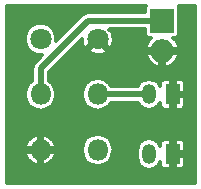
<source format=gtl>
G04 #@! TF.FileFunction,Copper,L1,Top,Signal*
%FSLAX46Y46*%
G04 Gerber Fmt 4.6, Leading zero omitted, Abs format (unit mm)*
G04 Created by KiCad (PCBNEW 4.0.7) date 06/06/18 08:15:27*
%MOMM*%
%LPD*%
G01*
G04 APERTURE LIST*
%ADD10C,0.100000*%
%ADD11O,1.800000X1.800000*%
%ADD12C,1.800000*%
%ADD13R,1.200000X1.700000*%
%ADD14O,1.200000X1.700000*%
%ADD15O,1.998980X1.998980*%
%ADD16R,1.998980X1.998980*%
%ADD17C,0.500000*%
%ADD18C,0.300000*%
G04 APERTURE END LIST*
D10*
D11*
X140400000Y-90000000D03*
D12*
X140400000Y-85300000D03*
D11*
X140400000Y-94700000D03*
D12*
X145230000Y-85300000D03*
D11*
X145230000Y-90000000D03*
X145230000Y-94700000D03*
D13*
X151600000Y-90000000D03*
D14*
X149600000Y-90000000D03*
D13*
X151600000Y-95050000D03*
D14*
X149600000Y-95050000D03*
D15*
X150700000Y-86300000D03*
D16*
X150700000Y-83760000D03*
D17*
X149600000Y-90000000D02*
X145230000Y-90000000D01*
X150700000Y-83760000D02*
X144440000Y-83760000D01*
X144440000Y-83760000D02*
X140400000Y-87800000D01*
X140400000Y-87800000D02*
X140400000Y-88727208D01*
X140400000Y-88727208D02*
X140400000Y-90000000D01*
D18*
G36*
X149277842Y-82582005D02*
X149241694Y-82760510D01*
X149241694Y-83060000D01*
X144440005Y-83060000D01*
X144440000Y-83059999D01*
X144172121Y-83113284D01*
X143945025Y-83265025D01*
X141749861Y-85460189D01*
X141750234Y-85032647D01*
X141545142Y-84536285D01*
X141165712Y-84156193D01*
X140669710Y-83950235D01*
X140132647Y-83949766D01*
X139636285Y-84154858D01*
X139256193Y-84534288D01*
X139050235Y-85030290D01*
X139049766Y-85567353D01*
X139254858Y-86063715D01*
X139634288Y-86443807D01*
X140130290Y-86649765D01*
X140559910Y-86650140D01*
X139905025Y-87305025D01*
X139753284Y-87532121D01*
X139719793Y-87700493D01*
X139700000Y-87800000D01*
X139700000Y-88848844D01*
X139445406Y-89018958D01*
X139152763Y-89456929D01*
X139050000Y-89973552D01*
X139050000Y-90026448D01*
X139152763Y-90543071D01*
X139445406Y-90981042D01*
X139883377Y-91273685D01*
X140400000Y-91376448D01*
X140916623Y-91273685D01*
X141354594Y-90981042D01*
X141647237Y-90543071D01*
X141750000Y-90026448D01*
X141750000Y-89973552D01*
X143880000Y-89973552D01*
X143880000Y-90026448D01*
X143982763Y-90543071D01*
X144275406Y-90981042D01*
X144713377Y-91273685D01*
X145230000Y-91376448D01*
X145746623Y-91273685D01*
X146184594Y-90981042D01*
X146372380Y-90700000D01*
X148645102Y-90700000D01*
X148857538Y-91017931D01*
X149198182Y-91245543D01*
X149600000Y-91325469D01*
X150001818Y-91245543D01*
X150342462Y-91017931D01*
X150550000Y-90707330D01*
X150550000Y-90939510D01*
X150618508Y-91104904D01*
X150745095Y-91231491D01*
X150910489Y-91300000D01*
X151337500Y-91300000D01*
X151450000Y-91187500D01*
X151450000Y-90150000D01*
X151750000Y-90150000D01*
X151750000Y-91187500D01*
X151862500Y-91300000D01*
X152289511Y-91300000D01*
X152454905Y-91231491D01*
X152581492Y-91104904D01*
X152650000Y-90939510D01*
X152650000Y-90262500D01*
X152537500Y-90150000D01*
X151750000Y-90150000D01*
X151450000Y-90150000D01*
X151430000Y-90150000D01*
X151430000Y-89850000D01*
X151450000Y-89850000D01*
X151450000Y-88812500D01*
X151750000Y-88812500D01*
X151750000Y-89850000D01*
X152537500Y-89850000D01*
X152650000Y-89737500D01*
X152650000Y-89060490D01*
X152581492Y-88895096D01*
X152454905Y-88768509D01*
X152289511Y-88700000D01*
X151862500Y-88700000D01*
X151750000Y-88812500D01*
X151450000Y-88812500D01*
X151337500Y-88700000D01*
X150910489Y-88700000D01*
X150745095Y-88768509D01*
X150618508Y-88895096D01*
X150550000Y-89060490D01*
X150550000Y-89292670D01*
X150342462Y-88982069D01*
X150001818Y-88754457D01*
X149600000Y-88674531D01*
X149198182Y-88754457D01*
X148857538Y-88982069D01*
X148645102Y-89300000D01*
X146372380Y-89300000D01*
X146184594Y-89018958D01*
X145746623Y-88726315D01*
X145230000Y-88623552D01*
X144713377Y-88726315D01*
X144275406Y-89018958D01*
X143982763Y-89456929D01*
X143880000Y-89973552D01*
X141750000Y-89973552D01*
X141647237Y-89456929D01*
X141354594Y-89018958D01*
X141100000Y-88848844D01*
X141100000Y-88089950D01*
X142516262Y-86673688D01*
X149299496Y-86673688D01*
X149549107Y-87181192D01*
X149973931Y-87554543D01*
X150326314Y-87700493D01*
X150550000Y-87628549D01*
X150550000Y-86450000D01*
X150850000Y-86450000D01*
X150850000Y-87628549D01*
X151073686Y-87700493D01*
X151426069Y-87554543D01*
X151850893Y-87181192D01*
X152100504Y-86673688D01*
X152029219Y-86450000D01*
X150850000Y-86450000D01*
X150550000Y-86450000D01*
X149370781Y-86450000D01*
X149299496Y-86673688D01*
X142516262Y-86673688D01*
X142896454Y-86293496D01*
X144448636Y-86293496D01*
X144547116Y-86495105D01*
X145056444Y-86665462D01*
X145592196Y-86627939D01*
X145912884Y-86495105D01*
X146011364Y-86293496D01*
X145230000Y-85512132D01*
X144448636Y-86293496D01*
X142896454Y-86293496D01*
X143877561Y-85312389D01*
X143902061Y-85662196D01*
X144034895Y-85982884D01*
X144236504Y-86081364D01*
X145017868Y-85300000D01*
X145003726Y-85285858D01*
X145215858Y-85073726D01*
X145230000Y-85087868D01*
X145244143Y-85073726D01*
X145456275Y-85285858D01*
X145442132Y-85300000D01*
X146223496Y-86081364D01*
X146425105Y-85982884D01*
X146595462Y-85473556D01*
X146557939Y-84937804D01*
X146425105Y-84617116D01*
X146223498Y-84518637D01*
X146282135Y-84460000D01*
X149241694Y-84460000D01*
X149241694Y-84759490D01*
X149273072Y-84926250D01*
X149371627Y-85079409D01*
X149522005Y-85182158D01*
X149700510Y-85218306D01*
X149777252Y-85218306D01*
X149549107Y-85418808D01*
X149299496Y-85926312D01*
X149370781Y-86150000D01*
X150550000Y-86150000D01*
X150550000Y-86130000D01*
X150850000Y-86130000D01*
X150850000Y-86150000D01*
X152029219Y-86150000D01*
X152100504Y-85926312D01*
X151850893Y-85418808D01*
X151622748Y-85218306D01*
X151699490Y-85218306D01*
X151866250Y-85186928D01*
X152019409Y-85088373D01*
X152122158Y-84937995D01*
X152158306Y-84759490D01*
X152158306Y-82760510D01*
X152126928Y-82593750D01*
X152082689Y-82525000D01*
X153475000Y-82525000D01*
X153475000Y-97475000D01*
X137525000Y-97475000D01*
X137525000Y-95058034D01*
X139098330Y-95058034D01*
X139334427Y-95528908D01*
X139732748Y-95873588D01*
X140041968Y-96001658D01*
X140250000Y-95928375D01*
X140250000Y-94850000D01*
X140550000Y-94850000D01*
X140550000Y-95928375D01*
X140758032Y-96001658D01*
X141067252Y-95873588D01*
X141465573Y-95528908D01*
X141701670Y-95058034D01*
X141629153Y-94850000D01*
X140550000Y-94850000D01*
X140250000Y-94850000D01*
X139170847Y-94850000D01*
X139098330Y-95058034D01*
X137525000Y-95058034D01*
X137525000Y-94673552D01*
X143880000Y-94673552D01*
X143880000Y-94726448D01*
X143982763Y-95243071D01*
X144275406Y-95681042D01*
X144713377Y-95973685D01*
X145230000Y-96076448D01*
X145746623Y-95973685D01*
X146184594Y-95681042D01*
X146477237Y-95243071D01*
X146570435Y-94774531D01*
X148550000Y-94774531D01*
X148550000Y-95325469D01*
X148629926Y-95727287D01*
X148857538Y-96067931D01*
X149198182Y-96295543D01*
X149600000Y-96375469D01*
X150001818Y-96295543D01*
X150342462Y-96067931D01*
X150550000Y-95757330D01*
X150550000Y-95989510D01*
X150618508Y-96154904D01*
X150745095Y-96281491D01*
X150910489Y-96350000D01*
X151337500Y-96350000D01*
X151450000Y-96237500D01*
X151450000Y-95200000D01*
X151750000Y-95200000D01*
X151750000Y-96237500D01*
X151862500Y-96350000D01*
X152289511Y-96350000D01*
X152454905Y-96281491D01*
X152581492Y-96154904D01*
X152650000Y-95989510D01*
X152650000Y-95312500D01*
X152537500Y-95200000D01*
X151750000Y-95200000D01*
X151450000Y-95200000D01*
X151430000Y-95200000D01*
X151430000Y-94900000D01*
X151450000Y-94900000D01*
X151450000Y-93862500D01*
X151750000Y-93862500D01*
X151750000Y-94900000D01*
X152537500Y-94900000D01*
X152650000Y-94787500D01*
X152650000Y-94110490D01*
X152581492Y-93945096D01*
X152454905Y-93818509D01*
X152289511Y-93750000D01*
X151862500Y-93750000D01*
X151750000Y-93862500D01*
X151450000Y-93862500D01*
X151337500Y-93750000D01*
X150910489Y-93750000D01*
X150745095Y-93818509D01*
X150618508Y-93945096D01*
X150550000Y-94110490D01*
X150550000Y-94342670D01*
X150342462Y-94032069D01*
X150001818Y-93804457D01*
X149600000Y-93724531D01*
X149198182Y-93804457D01*
X148857538Y-94032069D01*
X148629926Y-94372713D01*
X148550000Y-94774531D01*
X146570435Y-94774531D01*
X146580000Y-94726448D01*
X146580000Y-94673552D01*
X146477237Y-94156929D01*
X146184594Y-93718958D01*
X145746623Y-93426315D01*
X145230000Y-93323552D01*
X144713377Y-93426315D01*
X144275406Y-93718958D01*
X143982763Y-94156929D01*
X143880000Y-94673552D01*
X137525000Y-94673552D01*
X137525000Y-94341966D01*
X139098330Y-94341966D01*
X139170847Y-94550000D01*
X140250000Y-94550000D01*
X140250000Y-93471625D01*
X140550000Y-93471625D01*
X140550000Y-94550000D01*
X141629153Y-94550000D01*
X141701670Y-94341966D01*
X141465573Y-93871092D01*
X141067252Y-93526412D01*
X140758032Y-93398342D01*
X140550000Y-93471625D01*
X140250000Y-93471625D01*
X140041968Y-93398342D01*
X139732748Y-93526412D01*
X139334427Y-93871092D01*
X139098330Y-94341966D01*
X137525000Y-94341966D01*
X137525000Y-82525000D01*
X149316792Y-82525000D01*
X149277842Y-82582005D01*
X149277842Y-82582005D01*
G37*
X149277842Y-82582005D02*
X149241694Y-82760510D01*
X149241694Y-83060000D01*
X144440005Y-83060000D01*
X144440000Y-83059999D01*
X144172121Y-83113284D01*
X143945025Y-83265025D01*
X141749861Y-85460189D01*
X141750234Y-85032647D01*
X141545142Y-84536285D01*
X141165712Y-84156193D01*
X140669710Y-83950235D01*
X140132647Y-83949766D01*
X139636285Y-84154858D01*
X139256193Y-84534288D01*
X139050235Y-85030290D01*
X139049766Y-85567353D01*
X139254858Y-86063715D01*
X139634288Y-86443807D01*
X140130290Y-86649765D01*
X140559910Y-86650140D01*
X139905025Y-87305025D01*
X139753284Y-87532121D01*
X139719793Y-87700493D01*
X139700000Y-87800000D01*
X139700000Y-88848844D01*
X139445406Y-89018958D01*
X139152763Y-89456929D01*
X139050000Y-89973552D01*
X139050000Y-90026448D01*
X139152763Y-90543071D01*
X139445406Y-90981042D01*
X139883377Y-91273685D01*
X140400000Y-91376448D01*
X140916623Y-91273685D01*
X141354594Y-90981042D01*
X141647237Y-90543071D01*
X141750000Y-90026448D01*
X141750000Y-89973552D01*
X143880000Y-89973552D01*
X143880000Y-90026448D01*
X143982763Y-90543071D01*
X144275406Y-90981042D01*
X144713377Y-91273685D01*
X145230000Y-91376448D01*
X145746623Y-91273685D01*
X146184594Y-90981042D01*
X146372380Y-90700000D01*
X148645102Y-90700000D01*
X148857538Y-91017931D01*
X149198182Y-91245543D01*
X149600000Y-91325469D01*
X150001818Y-91245543D01*
X150342462Y-91017931D01*
X150550000Y-90707330D01*
X150550000Y-90939510D01*
X150618508Y-91104904D01*
X150745095Y-91231491D01*
X150910489Y-91300000D01*
X151337500Y-91300000D01*
X151450000Y-91187500D01*
X151450000Y-90150000D01*
X151750000Y-90150000D01*
X151750000Y-91187500D01*
X151862500Y-91300000D01*
X152289511Y-91300000D01*
X152454905Y-91231491D01*
X152581492Y-91104904D01*
X152650000Y-90939510D01*
X152650000Y-90262500D01*
X152537500Y-90150000D01*
X151750000Y-90150000D01*
X151450000Y-90150000D01*
X151430000Y-90150000D01*
X151430000Y-89850000D01*
X151450000Y-89850000D01*
X151450000Y-88812500D01*
X151750000Y-88812500D01*
X151750000Y-89850000D01*
X152537500Y-89850000D01*
X152650000Y-89737500D01*
X152650000Y-89060490D01*
X152581492Y-88895096D01*
X152454905Y-88768509D01*
X152289511Y-88700000D01*
X151862500Y-88700000D01*
X151750000Y-88812500D01*
X151450000Y-88812500D01*
X151337500Y-88700000D01*
X150910489Y-88700000D01*
X150745095Y-88768509D01*
X150618508Y-88895096D01*
X150550000Y-89060490D01*
X150550000Y-89292670D01*
X150342462Y-88982069D01*
X150001818Y-88754457D01*
X149600000Y-88674531D01*
X149198182Y-88754457D01*
X148857538Y-88982069D01*
X148645102Y-89300000D01*
X146372380Y-89300000D01*
X146184594Y-89018958D01*
X145746623Y-88726315D01*
X145230000Y-88623552D01*
X144713377Y-88726315D01*
X144275406Y-89018958D01*
X143982763Y-89456929D01*
X143880000Y-89973552D01*
X141750000Y-89973552D01*
X141647237Y-89456929D01*
X141354594Y-89018958D01*
X141100000Y-88848844D01*
X141100000Y-88089950D01*
X142516262Y-86673688D01*
X149299496Y-86673688D01*
X149549107Y-87181192D01*
X149973931Y-87554543D01*
X150326314Y-87700493D01*
X150550000Y-87628549D01*
X150550000Y-86450000D01*
X150850000Y-86450000D01*
X150850000Y-87628549D01*
X151073686Y-87700493D01*
X151426069Y-87554543D01*
X151850893Y-87181192D01*
X152100504Y-86673688D01*
X152029219Y-86450000D01*
X150850000Y-86450000D01*
X150550000Y-86450000D01*
X149370781Y-86450000D01*
X149299496Y-86673688D01*
X142516262Y-86673688D01*
X142896454Y-86293496D01*
X144448636Y-86293496D01*
X144547116Y-86495105D01*
X145056444Y-86665462D01*
X145592196Y-86627939D01*
X145912884Y-86495105D01*
X146011364Y-86293496D01*
X145230000Y-85512132D01*
X144448636Y-86293496D01*
X142896454Y-86293496D01*
X143877561Y-85312389D01*
X143902061Y-85662196D01*
X144034895Y-85982884D01*
X144236504Y-86081364D01*
X145017868Y-85300000D01*
X145003726Y-85285858D01*
X145215858Y-85073726D01*
X145230000Y-85087868D01*
X145244143Y-85073726D01*
X145456275Y-85285858D01*
X145442132Y-85300000D01*
X146223496Y-86081364D01*
X146425105Y-85982884D01*
X146595462Y-85473556D01*
X146557939Y-84937804D01*
X146425105Y-84617116D01*
X146223498Y-84518637D01*
X146282135Y-84460000D01*
X149241694Y-84460000D01*
X149241694Y-84759490D01*
X149273072Y-84926250D01*
X149371627Y-85079409D01*
X149522005Y-85182158D01*
X149700510Y-85218306D01*
X149777252Y-85218306D01*
X149549107Y-85418808D01*
X149299496Y-85926312D01*
X149370781Y-86150000D01*
X150550000Y-86150000D01*
X150550000Y-86130000D01*
X150850000Y-86130000D01*
X150850000Y-86150000D01*
X152029219Y-86150000D01*
X152100504Y-85926312D01*
X151850893Y-85418808D01*
X151622748Y-85218306D01*
X151699490Y-85218306D01*
X151866250Y-85186928D01*
X152019409Y-85088373D01*
X152122158Y-84937995D01*
X152158306Y-84759490D01*
X152158306Y-82760510D01*
X152126928Y-82593750D01*
X152082689Y-82525000D01*
X153475000Y-82525000D01*
X153475000Y-97475000D01*
X137525000Y-97475000D01*
X137525000Y-95058034D01*
X139098330Y-95058034D01*
X139334427Y-95528908D01*
X139732748Y-95873588D01*
X140041968Y-96001658D01*
X140250000Y-95928375D01*
X140250000Y-94850000D01*
X140550000Y-94850000D01*
X140550000Y-95928375D01*
X140758032Y-96001658D01*
X141067252Y-95873588D01*
X141465573Y-95528908D01*
X141701670Y-95058034D01*
X141629153Y-94850000D01*
X140550000Y-94850000D01*
X140250000Y-94850000D01*
X139170847Y-94850000D01*
X139098330Y-95058034D01*
X137525000Y-95058034D01*
X137525000Y-94673552D01*
X143880000Y-94673552D01*
X143880000Y-94726448D01*
X143982763Y-95243071D01*
X144275406Y-95681042D01*
X144713377Y-95973685D01*
X145230000Y-96076448D01*
X145746623Y-95973685D01*
X146184594Y-95681042D01*
X146477237Y-95243071D01*
X146570435Y-94774531D01*
X148550000Y-94774531D01*
X148550000Y-95325469D01*
X148629926Y-95727287D01*
X148857538Y-96067931D01*
X149198182Y-96295543D01*
X149600000Y-96375469D01*
X150001818Y-96295543D01*
X150342462Y-96067931D01*
X150550000Y-95757330D01*
X150550000Y-95989510D01*
X150618508Y-96154904D01*
X150745095Y-96281491D01*
X150910489Y-96350000D01*
X151337500Y-96350000D01*
X151450000Y-96237500D01*
X151450000Y-95200000D01*
X151750000Y-95200000D01*
X151750000Y-96237500D01*
X151862500Y-96350000D01*
X152289511Y-96350000D01*
X152454905Y-96281491D01*
X152581492Y-96154904D01*
X152650000Y-95989510D01*
X152650000Y-95312500D01*
X152537500Y-95200000D01*
X151750000Y-95200000D01*
X151450000Y-95200000D01*
X151430000Y-95200000D01*
X151430000Y-94900000D01*
X151450000Y-94900000D01*
X151450000Y-93862500D01*
X151750000Y-93862500D01*
X151750000Y-94900000D01*
X152537500Y-94900000D01*
X152650000Y-94787500D01*
X152650000Y-94110490D01*
X152581492Y-93945096D01*
X152454905Y-93818509D01*
X152289511Y-93750000D01*
X151862500Y-93750000D01*
X151750000Y-93862500D01*
X151450000Y-93862500D01*
X151337500Y-93750000D01*
X150910489Y-93750000D01*
X150745095Y-93818509D01*
X150618508Y-93945096D01*
X150550000Y-94110490D01*
X150550000Y-94342670D01*
X150342462Y-94032069D01*
X150001818Y-93804457D01*
X149600000Y-93724531D01*
X149198182Y-93804457D01*
X148857538Y-94032069D01*
X148629926Y-94372713D01*
X148550000Y-94774531D01*
X146570435Y-94774531D01*
X146580000Y-94726448D01*
X146580000Y-94673552D01*
X146477237Y-94156929D01*
X146184594Y-93718958D01*
X145746623Y-93426315D01*
X145230000Y-93323552D01*
X144713377Y-93426315D01*
X144275406Y-93718958D01*
X143982763Y-94156929D01*
X143880000Y-94673552D01*
X137525000Y-94673552D01*
X137525000Y-94341966D01*
X139098330Y-94341966D01*
X139170847Y-94550000D01*
X140250000Y-94550000D01*
X140250000Y-93471625D01*
X140550000Y-93471625D01*
X140550000Y-94550000D01*
X141629153Y-94550000D01*
X141701670Y-94341966D01*
X141465573Y-93871092D01*
X141067252Y-93526412D01*
X140758032Y-93398342D01*
X140550000Y-93471625D01*
X140250000Y-93471625D01*
X140041968Y-93398342D01*
X139732748Y-93526412D01*
X139334427Y-93871092D01*
X139098330Y-94341966D01*
X137525000Y-94341966D01*
X137525000Y-82525000D01*
X149316792Y-82525000D01*
X149277842Y-82582005D01*
M02*

</source>
